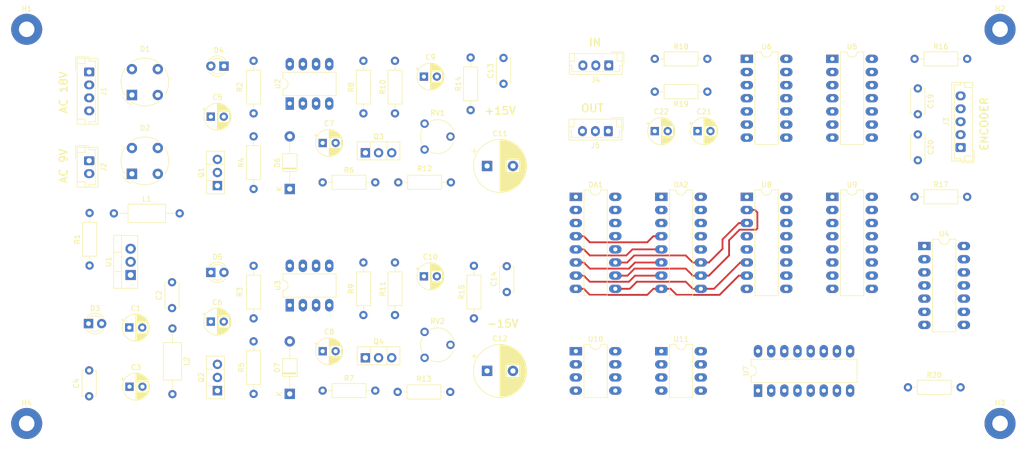
<source format=kicad_pcb>
(kicad_pcb (version 20171130) (host pcbnew "(5.1.5)-3")
  (layers (0 F.Cu signal) (31 B.Cu signal) (34 B.Paste user) (35 F.Paste user) (36 B.SilkS user) (37 F.SilkS user) (38 B.Mask user) (39 F.Mask user) (44 Edge.Cuts user))
  (net 0 "")
  (net 1 GND)
  (net 2 +18V)
  (net 3 -18V)
  (net 4 "Net-(C7-Pad1)")
  (net 5 +15V)
  (net 6 -15V)
  (net 7 "Net-(D1-Pad3)")
  (net 8 "Net-(D1-Pad4)")
  (net 9 +9V)
  (net 10 "Net-(D2-Pad3)")
  (net 11 "Net-(D2-Pad4)")
  (net 12 "Net-(D7-Pad2)")
  (net 13 OUT_LEFT)
  (net 14 D3)
  (net 15 IN_LEFT)
  (net 16 D4)
  (net 17 D5)
  (net 18 +5V)
  (net 19 D6)
  (net 20 D7)
  (net 21 D0)
  (net 22 D1)
  (net 23 D2)
  (net 24 "Net-(DA1-Pad1)")
  (net 25 OUT_RIGHT)
  (net 26 IN_RIGHT)
  (net 27 "Net-(DA2-Pad1)")
  (net 28 "Net-(Q1-Pad1)")
  (net 29 "Net-(Q2-Pad1)")
  (net 30 "Net-(Q3-Pad3)")
  (net 31 "Net-(Q3-Pad2)")
  (net 32 "Net-(Q4-Pad3)")
  (net 33 "Net-(Q4-Pad2)")
  (net 34 CLK)
  (net 35 Q)
  (net 36 ~Q)
  (net 37 UP)
  (net 38 A)
  (net 39 DOWN)
  (net 40 BO_H)
  (net 41 RESET)
  (net 42 BO_L)
  (net 43 CO_L)
  (net 44 LOAD)
  (net 45 "Net-(C1-Pad1)")
  (net 46 "Net-(C3-Pad1)")
  (net 47 "Net-(D3-Pad2)")
  (net 48 "Net-(D4-Pad1)")
  (net 49 "Net-(D5-Pad2)")
  (net 50 "Net-(D6-Pad1)")
  (net 51 "Net-(C8-Pad2)")
  (net 52 "Net-(C9-Pad2)")
  (net 53 "Net-(C9-Pad1)")
  (net 54 "Net-(C10-Pad2)")
  (net 55 "Net-(C10-Pad1)")
  (net 56 "Net-(C19-Pad1)")
  (net 57 "Net-(C20-Pad1)")
  (net 58 "Net-(C21-Pad2)")
  (net 59 "Net-(C21-Pad1)")
  (net 60 "Net-(C22-Pad1)")
  (net 61 "Net-(R10-Pad2)")
  (net 62 "Net-(R11-Pad2)")
  (net 63 "Net-(R20-Pad1)")
  (net 64 "Net-(U4-Pad6)")
  (net 65 "Net-(U4-Pad9)")
  (net 66 "Net-(U5-Pad8)")
  (net 67 "Net-(U6-Pad3)")
  (module Package_TO_SOT_THT:TO-220-3_Vertical (layer F.Cu) (at 111.506 67.818 90)
    (fp_text reference U1 (at 2.54 -4.27 90) (layer F.SilkS))
    (fp_text value LM7805)
    (pad 3 thru_hole oval (at 5.08 0 90) (size 1.905 2) (drill 1.1) (layers *.Cu *.Mask) (net 46 "Net-(C3-Pad1)"))
    (pad 2 thru_hole oval (at 2.54 0 90) (size 1.905 2) (drill 1.1) (layers *.Cu *.Mask) (net 1 GND))
    (pad 1 thru_hole rect (at 0 0 90) (size 1.905 2) (drill 1.1) (layers *.Cu *.Mask) (net 45 "Net-(C1-Pad1)"))
  )
  (module Inductor_THT:L_Axial_L7.0mm_D3.3mm_P12.70mm_Horizontal_Fastron_MICC (layer F.Cu) (at 119.5832 78.1558 270)
    (fp_text reference L2 (at 6.35 -2.77 90) (layer F.SilkS))
    (fp_text value 20uH)
    (pad 2 thru_hole oval (at 12.7 0 270) (size 1.6 1.6) (drill 0.8) (layers *.Cu *.Mask) (net 18 +5V))
    (pad 1 thru_hole circle (at 0 0 270) (size 1.6 1.6) (drill 0.8) (layers *.Cu *.Mask) (net 46 "Net-(C3-Pad1)"))
  )
  (module Inductor_THT:L_Axial_L7.0mm_D3.3mm_P12.70mm_Horizontal_Fastron_MICC (layer F.Cu) (at 108.2802 55.9054)
    (fp_text reference L1 (at 6.35 -2.77) (layer F.SilkS))
    (fp_text value 20uH)
    (pad 2 thru_hole oval (at 12.7 0) (size 1.6 1.6) (drill 0.8) (layers *.Cu *.Mask) (net 45 "Net-(C1-Pad1)"))
    (pad 1 thru_hole circle (at 0 0) (size 1.6 1.6) (drill 0.8) (layers *.Cu *.Mask) (net 9 +9V))
  )
  (module Potentiometer_THT:Potentiometer_Piher_PT-6-V_Vertical (layer F.Cu) (at 168.275 83.82)
    (fp_text reference RV2 (at 2.5 -7.06) (layer F.SilkS))
    (fp_text value R_POT)
    (pad 1 thru_hole circle (at 0 0) (size 1.62 1.62) (drill 0.9) (layers *.Cu *.Mask) (net 55 "Net-(C10-Pad1)"))
    (pad 2 thru_hole circle (at 5 -2.5) (size 1.62 1.62) (drill 0.9) (layers *.Cu *.Mask) (net 55 "Net-(C10-Pad1)"))
    (pad 3 thru_hole circle (at 0 -5) (size 1.62 1.62) (drill 0.9) (layers *.Cu *.Mask) (net 54 "Net-(C10-Pad2)"))
  )
  (module Potentiometer_THT:Potentiometer_Piher_PT-6-V_Vertical (layer F.Cu) (at 168.275 43.561)
    (fp_text reference RV1 (at 2.5 -7.06) (layer F.SilkS))
    (fp_text value R_POT)
    (pad 1 thru_hole circle (at 0 0) (size 1.62 1.62) (drill 0.9) (layers *.Cu *.Mask) (net 53 "Net-(C9-Pad1)"))
    (pad 2 thru_hole circle (at 5 -2.5) (size 1.62 1.62) (drill 0.9) (layers *.Cu *.Mask) (net 52 "Net-(C9-Pad2)"))
    (pad 3 thru_hole circle (at 0 -5) (size 1.62 1.62) (drill 0.9) (layers *.Cu *.Mask) (net 52 "Net-(C9-Pad2)"))
  )
  (module Package_DIP:DIP-8_W7.62mm_LongPads (layer F.Cu) (at 213.995 82.55)
    (fp_text reference U11 (at 3.81 -2.33) (layer F.SilkS))
    (fp_text value К544УД1А)
    (pad 8 thru_hole oval (at 7.62 0) (size 2.4 1.6) (drill 0.8) (layers *.Cu *.Mask))
    (pad 4 thru_hole oval (at 0 7.62) (size 2.4 1.6) (drill 0.8) (layers *.Cu *.Mask) (net 6 -15V))
    (pad 7 thru_hole oval (at 7.62 2.54) (size 2.4 1.6) (drill 0.8) (layers *.Cu *.Mask) (net 5 +15V))
    (pad 3 thru_hole oval (at 0 5.08) (size 2.4 1.6) (drill 0.8) (layers *.Cu *.Mask) (net 1 GND))
    (pad 6 thru_hole oval (at 7.62 5.08) (size 2.4 1.6) (drill 0.8) (layers *.Cu *.Mask) (net 25 OUT_RIGHT))
    (pad 2 thru_hole oval (at 0 2.54) (size 2.4 1.6) (drill 0.8) (layers *.Cu *.Mask) (net 27 "Net-(DA2-Pad1)"))
    (pad 5 thru_hole oval (at 7.62 7.62) (size 2.4 1.6) (drill 0.8) (layers *.Cu *.Mask))
    (pad 1 thru_hole rect (at 0 0) (size 2.4 1.6) (drill 0.8) (layers *.Cu *.Mask))
  )
  (module Package_DIP:DIP-8_W7.62mm_LongPads (layer F.Cu) (at 197.485 82.55)
    (fp_text reference U10 (at 3.81 -2.33) (layer F.SilkS))
    (fp_text value К544УД1А)
    (pad 8 thru_hole oval (at 7.62 0) (size 2.4 1.6) (drill 0.8) (layers *.Cu *.Mask))
    (pad 4 thru_hole oval (at 0 7.62) (size 2.4 1.6) (drill 0.8) (layers *.Cu *.Mask) (net 6 -15V))
    (pad 7 thru_hole oval (at 7.62 2.54) (size 2.4 1.6) (drill 0.8) (layers *.Cu *.Mask) (net 5 +15V))
    (pad 3 thru_hole oval (at 0 5.08) (size 2.4 1.6) (drill 0.8) (layers *.Cu *.Mask) (net 1 GND))
    (pad 6 thru_hole oval (at 7.62 5.08) (size 2.4 1.6) (drill 0.8) (layers *.Cu *.Mask) (net 13 OUT_LEFT))
    (pad 2 thru_hole oval (at 0 2.54) (size 2.4 1.6) (drill 0.8) (layers *.Cu *.Mask) (net 24 "Net-(DA1-Pad1)"))
    (pad 5 thru_hole oval (at 7.62 7.62) (size 2.4 1.6) (drill 0.8) (layers *.Cu *.Mask))
    (pad 1 thru_hole rect (at 0 0) (size 2.4 1.6) (drill 0.8) (layers *.Cu *.Mask))
  )
  (module Package_DIP:DIP-16_W7.62mm_LongPads (layer F.Cu) (at 247.015 52.705)
    (fp_text reference U9 (at 3.81 -2.33) (layer F.SilkS))
    (fp_text value 74LS193)
    (pad 16 thru_hole oval (at 7.62 0) (size 2.4 1.6) (drill 0.8) (layers *.Cu *.Mask) (net 18 +5V))
    (pad 8 thru_hole oval (at 0 17.78) (size 2.4 1.6) (drill 0.8) (layers *.Cu *.Mask) (net 1 GND))
    (pad 15 thru_hole oval (at 7.62 2.54) (size 2.4 1.6) (drill 0.8) (layers *.Cu *.Mask))
    (pad 7 thru_hole oval (at 0 15.24) (size 2.4 1.6) (drill 0.8) (layers *.Cu *.Mask) (net 20 D7))
    (pad 14 thru_hole oval (at 7.62 5.08) (size 2.4 1.6) (drill 0.8) (layers *.Cu *.Mask) (net 41 RESET))
    (pad 6 thru_hole oval (at 0 12.7) (size 2.4 1.6) (drill 0.8) (layers *.Cu *.Mask) (net 19 D6))
    (pad 13 thru_hole oval (at 7.62 7.62) (size 2.4 1.6) (drill 0.8) (layers *.Cu *.Mask) (net 40 BO_H))
    (pad 5 thru_hole oval (at 0 10.16) (size 2.4 1.6) (drill 0.8) (layers *.Cu *.Mask) (net 43 CO_L))
    (pad 12 thru_hole oval (at 7.62 10.16) (size 2.4 1.6) (drill 0.8) (layers *.Cu *.Mask) (net 44 LOAD))
    (pad 4 thru_hole oval (at 0 7.62) (size 2.4 1.6) (drill 0.8) (layers *.Cu *.Mask) (net 42 BO_L))
    (pad 11 thru_hole oval (at 7.62 12.7) (size 2.4 1.6) (drill 0.8) (layers *.Cu *.Mask) (net 44 LOAD))
    (pad 3 thru_hole oval (at 0 5.08) (size 2.4 1.6) (drill 0.8) (layers *.Cu *.Mask) (net 16 D4))
    (pad 10 thru_hole oval (at 7.62 15.24) (size 2.4 1.6) (drill 0.8) (layers *.Cu *.Mask))
    (pad 2 thru_hole oval (at 0 2.54) (size 2.4 1.6) (drill 0.8) (layers *.Cu *.Mask) (net 17 D5))
    (pad 9 thru_hole oval (at 7.62 17.78) (size 2.4 1.6) (drill 0.8) (layers *.Cu *.Mask))
    (pad 1 thru_hole rect (at 0 0) (size 2.4 1.6) (drill 0.8) (layers *.Cu *.Mask))
  )
  (module Package_DIP:DIP-16_W7.62mm_LongPads (layer F.Cu) (at 230.505 52.705)
    (fp_text reference U8 (at 3.81 -2.33) (layer F.SilkS))
    (fp_text value 74LS193)
    (pad 16 thru_hole oval (at 7.62 0) (size 2.4 1.6) (drill 0.8) (layers *.Cu *.Mask) (net 18 +5V))
    (pad 8 thru_hole oval (at 0 17.78) (size 2.4 1.6) (drill 0.8) (layers *.Cu *.Mask) (net 1 GND))
    (pad 15 thru_hole oval (at 7.62 2.54) (size 2.4 1.6) (drill 0.8) (layers *.Cu *.Mask))
    (pad 7 thru_hole oval (at 0 15.24) (size 2.4 1.6) (drill 0.8) (layers *.Cu *.Mask) (net 14 D3))
    (pad 14 thru_hole oval (at 7.62 5.08) (size 2.4 1.6) (drill 0.8) (layers *.Cu *.Mask) (net 41 RESET))
    (pad 6 thru_hole oval (at 0 12.7) (size 2.4 1.6) (drill 0.8) (layers *.Cu *.Mask) (net 23 D2))
    (pad 13 thru_hole oval (at 7.62 7.62) (size 2.4 1.6) (drill 0.8) (layers *.Cu *.Mask) (net 42 BO_L))
    (pad 5 thru_hole oval (at 0 10.16) (size 2.4 1.6) (drill 0.8) (layers *.Cu *.Mask) (net 37 UP))
    (pad 12 thru_hole oval (at 7.62 10.16) (size 2.4 1.6) (drill 0.8) (layers *.Cu *.Mask) (net 43 CO_L))
    (pad 4 thru_hole oval (at 0 7.62) (size 2.4 1.6) (drill 0.8) (layers *.Cu *.Mask) (net 39 DOWN))
    (pad 11 thru_hole oval (at 7.62 12.7) (size 2.4 1.6) (drill 0.8) (layers *.Cu *.Mask) (net 44 LOAD))
    (pad 3 thru_hole oval (at 0 5.08) (size 2.4 1.6) (drill 0.8) (layers *.Cu *.Mask) (net 21 D0))
    (pad 10 thru_hole oval (at 7.62 15.24) (size 2.4 1.6) (drill 0.8) (layers *.Cu *.Mask))
    (pad 2 thru_hole oval (at 0 2.54) (size 2.4 1.6) (drill 0.8) (layers *.Cu *.Mask) (net 22 D1))
    (pad 9 thru_hole oval (at 7.62 17.78) (size 2.4 1.6) (drill 0.8) (layers *.Cu *.Mask))
    (pad 1 thru_hole rect (at 0 0) (size 2.4 1.6) (drill 0.8) (layers *.Cu *.Mask))
  )
  (module Package_DIP:DIP-16_W7.62mm_LongPads (layer F.Cu) (at 232.664 90.17 90)
    (fp_text reference U7 (at 3.81 -2.33 90) (layer F.SilkS))
    (fp_text value SN7497)
    (pad 16 thru_hole oval (at 7.62 0 90) (size 2.4 1.6) (drill 0.8) (layers *.Cu *.Mask) (net 18 +5V))
    (pad 8 thru_hole oval (at 0 17.78 90) (size 2.4 1.6) (drill 0.8) (layers *.Cu *.Mask) (net 1 GND))
    (pad 15 thru_hole oval (at 7.62 2.54 90) (size 2.4 1.6) (drill 0.8) (layers *.Cu *.Mask) (net 17 D5))
    (pad 7 thru_hole oval (at 0 15.24 90) (size 2.4 1.6) (drill 0.8) (layers *.Cu *.Mask))
    (pad 14 thru_hole oval (at 7.62 5.08 90) (size 2.4 1.6) (drill 0.8) (layers *.Cu *.Mask) (net 16 D4))
    (pad 6 thru_hole oval (at 0 12.7 90) (size 2.4 1.6) (drill 0.8) (layers *.Cu *.Mask))
    (pad 13 thru_hole oval (at 7.62 7.62 90) (size 2.4 1.6) (drill 0.8) (layers *.Cu *.Mask) (net 1 GND))
    (pad 5 thru_hole oval (at 0 10.16 90) (size 2.4 1.6) (drill 0.8) (layers *.Cu *.Mask) (net 38 A))
    (pad 12 thru_hole oval (at 7.62 10.16 90) (size 2.4 1.6) (drill 0.8) (layers *.Cu *.Mask))
    (pad 4 thru_hole oval (at 0 7.62 90) (size 2.4 1.6) (drill 0.8) (layers *.Cu *.Mask) (net 63 "Net-(R20-Pad1)"))
    (pad 11 thru_hole oval (at 7.62 12.7 90) (size 2.4 1.6) (drill 0.8) (layers *.Cu *.Mask) (net 1 GND))
    (pad 3 thru_hole oval (at 0 5.08 90) (size 2.4 1.6) (drill 0.8) (layers *.Cu *.Mask) (net 20 D7))
    (pad 10 thru_hole oval (at 7.62 15.24 90) (size 2.4 1.6) (drill 0.8) (layers *.Cu *.Mask) (net 1 GND))
    (pad 2 thru_hole oval (at 0 2.54 90) (size 2.4 1.6) (drill 0.8) (layers *.Cu *.Mask) (net 19 D6))
    (pad 9 thru_hole oval (at 7.62 17.78 90) (size 2.4 1.6) (drill 0.8) (layers *.Cu *.Mask) (net 34 CLK))
    (pad 1 thru_hole rect (at 0 0 90) (size 2.4 1.6) (drill 0.8) (layers *.Cu *.Mask) (net 14 D3))
  )
  (module Package_DIP:DIP-14_W7.62mm_LongPads (layer F.Cu) (at 247.015 26.035)
    (fp_text reference U5 (at 3.81 -2.33) (layer F.SilkS))
    (fp_text value 74LS00)
    (pad 14 thru_hole oval (at 7.62 0) (size 2.4 1.6) (drill 0.8) (layers *.Cu *.Mask) (net 18 +5V))
    (pad 7 thru_hole oval (at 0 15.24) (size 2.4 1.6) (drill 0.8) (layers *.Cu *.Mask) (net 1 GND))
    (pad 13 thru_hole oval (at 7.62 2.54) (size 2.4 1.6) (drill 0.8) (layers *.Cu *.Mask))
    (pad 6 thru_hole oval (at 0 12.7) (size 2.4 1.6) (drill 0.8) (layers *.Cu *.Mask) (net 37 UP))
    (pad 12 thru_hole oval (at 7.62 5.08) (size 2.4 1.6) (drill 0.8) (layers *.Cu *.Mask))
    (pad 5 thru_hole oval (at 0 10.16) (size 2.4 1.6) (drill 0.8) (layers *.Cu *.Mask) (net 65 "Net-(U4-Pad9)"))
    (pad 11 thru_hole oval (at 7.62 7.62) (size 2.4 1.6) (drill 0.8) (layers *.Cu *.Mask))
    (pad 4 thru_hole oval (at 0 7.62) (size 2.4 1.6) (drill 0.8) (layers *.Cu *.Mask) (net 38 A))
    (pad 10 thru_hole oval (at 7.62 10.16) (size 2.4 1.6) (drill 0.8) (layers *.Cu *.Mask) (net 36 ~Q))
    (pad 3 thru_hole oval (at 0 5.08) (size 2.4 1.6) (drill 0.8) (layers *.Cu *.Mask) (net 39 DOWN))
    (pad 9 thru_hole oval (at 7.62 12.7) (size 2.4 1.6) (drill 0.8) (layers *.Cu *.Mask) (net 35 Q))
    (pad 2 thru_hole oval (at 0 2.54) (size 2.4 1.6) (drill 0.8) (layers *.Cu *.Mask) (net 38 A))
    (pad 8 thru_hole oval (at 7.62 15.24) (size 2.4 1.6) (drill 0.8) (layers *.Cu *.Mask) (net 66 "Net-(U5-Pad8)"))
    (pad 1 thru_hole rect (at 0 0) (size 2.4 1.6) (drill 0.8) (layers *.Cu *.Mask) (net 64 "Net-(U4-Pad6)"))
  )
  (module Package_DIP:DIP-14_W7.62mm_LongPads (layer F.Cu) (at 264.795 62.23)
    (fp_text reference U4 (at 3.81 -2.33) (layer F.SilkS))
    (fp_text value 74LS74)
    (pad 14 thru_hole oval (at 7.62 0) (size 2.4 1.6) (drill 0.8) (layers *.Cu *.Mask) (net 18 +5V))
    (pad 7 thru_hole oval (at 0 15.24) (size 2.4 1.6) (drill 0.8) (layers *.Cu *.Mask) (net 1 GND))
    (pad 13 thru_hole oval (at 7.62 2.54) (size 2.4 1.6) (drill 0.8) (layers *.Cu *.Mask) (net 56 "Net-(C19-Pad1)"))
    (pad 6 thru_hole oval (at 0 12.7) (size 2.4 1.6) (drill 0.8) (layers *.Cu *.Mask) (net 64 "Net-(U4-Pad6)"))
    (pad 12 thru_hole oval (at 7.62 5.08) (size 2.4 1.6) (drill 0.8) (layers *.Cu *.Mask) (net 56 "Net-(C19-Pad1)"))
    (pad 5 thru_hole oval (at 0 10.16) (size 2.4 1.6) (drill 0.8) (layers *.Cu *.Mask) (net 35 Q))
    (pad 11 thru_hole oval (at 7.62 7.62) (size 2.4 1.6) (drill 0.8) (layers *.Cu *.Mask) (net 57 "Net-(C20-Pad1)"))
    (pad 4 thru_hole oval (at 0 7.62) (size 2.4 1.6) (drill 0.8) (layers *.Cu *.Mask))
    (pad 10 thru_hole oval (at 7.62 10.16) (size 2.4 1.6) (drill 0.8) (layers *.Cu *.Mask))
    (pad 3 thru_hole oval (at 0 5.08) (size 2.4 1.6) (drill 0.8) (layers *.Cu *.Mask) (net 56 "Net-(C19-Pad1)"))
    (pad 9 thru_hole oval (at 7.62 12.7) (size 2.4 1.6) (drill 0.8) (layers *.Cu *.Mask) (net 65 "Net-(U4-Pad9)"))
    (pad 2 thru_hole oval (at 0 2.54) (size 2.4 1.6) (drill 0.8) (layers *.Cu *.Mask) (net 57 "Net-(C20-Pad1)"))
    (pad 8 thru_hole oval (at 7.62 15.24) (size 2.4 1.6) (drill 0.8) (layers *.Cu *.Mask) (net 36 ~Q))
    (pad 1 thru_hole rect (at 0 0) (size 2.4 1.6) (drill 0.8) (layers *.Cu *.Mask) (net 57 "Net-(C20-Pad1)"))
  )
  (module Package_DIP:DIP-8_W7.62mm_LongPads (layer F.Cu) (at 142.24 73.66 90)
    (fp_text reference U3 (at 3.81 -2.33 90) (layer F.SilkS))
    (fp_text value NE5534)
    (pad 8 thru_hole oval (at 7.62 0 90) (size 2.4 1.6) (drill 0.8) (layers *.Cu *.Mask))
    (pad 4 thru_hole oval (at 0 7.62 90) (size 2.4 1.6) (drill 0.8) (layers *.Cu *.Mask) (net 3 -18V))
    (pad 7 thru_hole oval (at 7.62 2.54 90) (size 2.4 1.6) (drill 0.8) (layers *.Cu *.Mask) (net 1 GND))
    (pad 3 thru_hole oval (at 0 5.08 90) (size 2.4 1.6) (drill 0.8) (layers *.Cu *.Mask) (net 51 "Net-(C8-Pad2)"))
    (pad 6 thru_hole oval (at 7.62 5.08 90) (size 2.4 1.6) (drill 0.8) (layers *.Cu *.Mask) (net 62 "Net-(R11-Pad2)"))
    (pad 2 thru_hole oval (at 0 2.54 90) (size 2.4 1.6) (drill 0.8) (layers *.Cu *.Mask) (net 55 "Net-(C10-Pad1)"))
    (pad 5 thru_hole oval (at 7.62 7.62 90) (size 2.4 1.6) (drill 0.8) (layers *.Cu *.Mask))
    (pad 1 thru_hole rect (at 0 0 90) (size 2.4 1.6) (drill 0.8) (layers *.Cu *.Mask))
  )
  (module Package_DIP:DIP-8_W7.62mm_LongPads (layer F.Cu) (at 142.24 34.671 90)
    (fp_text reference U2 (at 3.81 -2.33 90) (layer F.SilkS))
    (fp_text value NE5534)
    (pad 8 thru_hole oval (at 7.62 0 90) (size 2.4 1.6) (drill 0.8) (layers *.Cu *.Mask))
    (pad 4 thru_hole oval (at 0 7.62 90) (size 2.4 1.6) (drill 0.8) (layers *.Cu *.Mask) (net 1 GND))
    (pad 7 thru_hole oval (at 7.62 2.54 90) (size 2.4 1.6) (drill 0.8) (layers *.Cu *.Mask) (net 2 +18V))
    (pad 3 thru_hole oval (at 0 5.08 90) (size 2.4 1.6) (drill 0.8) (layers *.Cu *.Mask) (net 4 "Net-(C7-Pad1)"))
    (pad 6 thru_hole oval (at 7.62 5.08 90) (size 2.4 1.6) (drill 0.8) (layers *.Cu *.Mask) (net 61 "Net-(R10-Pad2)"))
    (pad 2 thru_hole oval (at 0 2.54 90) (size 2.4 1.6) (drill 0.8) (layers *.Cu *.Mask) (net 52 "Net-(C9-Pad2)"))
    (pad 5 thru_hole oval (at 7.62 7.62 90) (size 2.4 1.6) (drill 0.8) (layers *.Cu *.Mask))
    (pad 1 thru_hole rect (at 0 0 90) (size 2.4 1.6) (drill 0.8) (layers *.Cu *.Mask))
  )
  (module Resistor_THT:R_Axial_DIN0207_L6.3mm_D2.5mm_P10.16mm_Horizontal (layer F.Cu) (at 222.885 32.385 180)
    (fp_text reference R19 (at 5.08 -2.37) (layer F.SilkS))
    (fp_text value 3K)
    (pad 2 thru_hole oval (at 10.16 0 180) (size 1.6 1.6) (drill 0.8) (layers *.Cu *.Mask) (net 18 +5V))
    (pad 1 thru_hole circle (at 0 0 180) (size 1.6 1.6) (drill 0.8) (layers *.Cu *.Mask) (net 60 "Net-(C22-Pad1)"))
  )
  (module Resistor_THT:R_Axial_DIN0207_L6.3mm_D2.5mm_P10.16mm_Horizontal (layer F.Cu) (at 212.725 26.035)
    (fp_text reference R18 (at 5.08 -2.37) (layer F.SilkS))
    (fp_text value 330)
    (pad 2 thru_hole oval (at 10.16 0) (size 1.6 1.6) (drill 0.8) (layers *.Cu *.Mask) (net 59 "Net-(C21-Pad1)"))
    (pad 1 thru_hole circle (at 0 0) (size 1.6 1.6) (drill 0.8) (layers *.Cu *.Mask) (net 34 CLK))
  )
  (module Resistor_THT:R_Axial_DIN0207_L6.3mm_D2.5mm_P10.16mm_Horizontal (layer F.Cu) (at 261.62 89.535)
    (fp_text reference R20 (at 5.08 -2.37) (layer F.SilkS))
    (fp_text value 1K)
    (pad 2 thru_hole oval (at 10.16 0) (size 1.6 1.6) (drill 0.8) (layers *.Cu *.Mask) (net 18 +5V))
    (pad 1 thru_hole circle (at 0 0) (size 1.6 1.6) (drill 0.8) (layers *.Cu *.Mask) (net 63 "Net-(R20-Pad1)"))
  )
  (module Resistor_THT:R_Axial_DIN0207_L6.3mm_D2.5mm_P10.16mm_Horizontal (layer F.Cu) (at 262.89 52.705)
    (fp_text reference R17 (at 5.08 -2.37) (layer F.SilkS))
    (fp_text value 4.7k)
    (pad 2 thru_hole oval (at 10.16 0) (size 1.6 1.6) (drill 0.8) (layers *.Cu *.Mask) (net 57 "Net-(C20-Pad1)"))
    (pad 1 thru_hole circle (at 0 0) (size 1.6 1.6) (drill 0.8) (layers *.Cu *.Mask) (net 18 +5V))
  )
  (module Resistor_THT:R_Axial_DIN0207_L6.3mm_D2.5mm_P10.16mm_Horizontal (layer F.Cu) (at 262.89 26.035)
    (fp_text reference R16 (at 5.08 -2.37) (layer F.SilkS))
    (fp_text value 4.7k)
    (pad 2 thru_hole oval (at 10.16 0) (size 1.6 1.6) (drill 0.8) (layers *.Cu *.Mask) (net 56 "Net-(C19-Pad1)"))
    (pad 1 thru_hole circle (at 0 0) (size 1.6 1.6) (drill 0.8) (layers *.Cu *.Mask) (net 18 +5V))
  )
  (module Resistor_THT:R_Axial_DIN0207_L6.3mm_D2.5mm_P10.16mm_Horizontal (layer F.Cu) (at 177.8 76.2 90)
    (fp_text reference R15 (at 5.08 -2.37 90) (layer F.SilkS))
    (fp_text value 1)
    (pad 2 thru_hole oval (at 10.16 0 90) (size 1.6 1.6) (drill 0.8) (layers *.Cu *.Mask) (net 54 "Net-(C10-Pad2)"))
    (pad 1 thru_hole circle (at 0 0 90) (size 1.6 1.6) (drill 0.8) (layers *.Cu *.Mask) (net 6 -15V))
  )
  (module Resistor_THT:R_Axial_DIN0207_L6.3mm_D2.5mm_P10.16mm_Horizontal (layer F.Cu) (at 177.165 35.941 90)
    (fp_text reference R14 (at 5.08 -2.37 90) (layer F.SilkS))
    (fp_text value 1)
    (pad 2 thru_hole oval (at 10.16 0 90) (size 1.6 1.6) (drill 0.8) (layers *.Cu *.Mask) (net 53 "Net-(C9-Pad1)"))
    (pad 1 thru_hole circle (at 0 0 90) (size 1.6 1.6) (drill 0.8) (layers *.Cu *.Mask) (net 5 +15V))
  )
  (module Resistor_THT:R_Axial_DIN0207_L6.3mm_D2.5mm_P10.16mm_Horizontal (layer F.Cu) (at 173.228 90.424 180)
    (fp_text reference R13 (at 5.08 2.54) (layer F.SilkS))
    (fp_text value 1.5k)
    (pad 2 thru_hole oval (at 10.16 0 180) (size 1.6 1.6) (drill 0.8) (layers *.Cu *.Mask) (net 55 "Net-(C10-Pad1)"))
    (pad 1 thru_hole circle (at 0 0 180) (size 1.6 1.6) (drill 0.8) (layers *.Cu *.Mask) (net 1 GND))
  )
  (module Resistor_THT:R_Axial_DIN0207_L6.3mm_D2.5mm_P10.16mm_Horizontal (layer F.Cu) (at 173.355 49.911 180)
    (fp_text reference R12 (at 5.08 2.667) (layer F.SilkS))
    (fp_text value 1.5k)
    (pad 2 thru_hole oval (at 10.16 0 180) (size 1.6 1.6) (drill 0.8) (layers *.Cu *.Mask) (net 1 GND))
    (pad 1 thru_hole circle (at 0 0 180) (size 1.6 1.6) (drill 0.8) (layers *.Cu *.Mask) (net 52 "Net-(C9-Pad2)"))
  )
  (module Resistor_THT:R_Axial_DIN0207_L6.3mm_D2.5mm_P10.16mm_Horizontal (layer F.Cu) (at 162.56 75.565 90)
    (fp_text reference R11 (at 5.08 -2.37 90) (layer F.SilkS))
    (fp_text value 100)
    (pad 2 thru_hole oval (at 10.16 0 90) (size 1.6 1.6) (drill 0.8) (layers *.Cu *.Mask) (net 62 "Net-(R11-Pad2)"))
    (pad 1 thru_hole circle (at 0 0 90) (size 1.6 1.6) (drill 0.8) (layers *.Cu *.Mask) (net 32 "Net-(Q4-Pad3)"))
  )
  (module Resistor_THT:R_Axial_DIN0207_L6.3mm_D2.5mm_P10.16mm_Horizontal (layer F.Cu) (at 162.56 36.576 90)
    (fp_text reference R10 (at 5.08 -2.37 90) (layer F.SilkS))
    (fp_text value 100)
    (pad 2 thru_hole oval (at 10.16 0 90) (size 1.6 1.6) (drill 0.8) (layers *.Cu *.Mask) (net 61 "Net-(R10-Pad2)"))
    (pad 1 thru_hole circle (at 0 0 90) (size 1.6 1.6) (drill 0.8) (layers *.Cu *.Mask) (net 30 "Net-(Q3-Pad3)"))
  )
  (module Resistor_THT:R_Axial_DIN0207_L6.3mm_D2.5mm_P10.16mm_Horizontal (layer F.Cu) (at 156.464 75.565 90)
    (fp_text reference R9 (at 5.08 -2.37 90) (layer F.SilkS))
    (fp_text value 10)
    (pad 2 thru_hole oval (at 10.16 0 90) (size 1.6 1.6) (drill 0.8) (layers *.Cu *.Mask) (net 3 -18V))
    (pad 1 thru_hole circle (at 0 0 90) (size 1.6 1.6) (drill 0.8) (layers *.Cu *.Mask) (net 33 "Net-(Q4-Pad2)"))
  )
  (module Resistor_THT:R_Axial_DIN0207_L6.3mm_D2.5mm_P10.16mm_Horizontal (layer F.Cu) (at 156.464 36.576 90)
    (fp_text reference R8 (at 5.08 -2.37 90) (layer F.SilkS))
    (fp_text value 10)
    (pad 2 thru_hole oval (at 10.16 0 90) (size 1.6 1.6) (drill 0.8) (layers *.Cu *.Mask) (net 2 +18V))
    (pad 1 thru_hole circle (at 0 0 90) (size 1.6 1.6) (drill 0.8) (layers *.Cu *.Mask) (net 31 "Net-(Q3-Pad2)"))
  )
  (module Resistor_THT:R_Axial_DIN0207_L6.3mm_D2.5mm_P10.16mm_Horizontal (layer F.Cu) (at 103.5812 65.9892 90)
    (fp_text reference R1 (at 5.08 -2.37 90) (layer F.SilkS))
    (fp_text value 4.7k)
    (pad 2 thru_hole oval (at 10.16 0 90) (size 1.6 1.6) (drill 0.8) (layers *.Cu *.Mask) (net 47 "Net-(D3-Pad2)"))
    (pad 1 thru_hole circle (at 0 0 90) (size 1.6 1.6) (drill 0.8) (layers *.Cu *.Mask) (net 46 "Net-(C3-Pad1)"))
  )
  (module Resistor_THT:R_Axial_DIN0207_L6.3mm_D2.5mm_P10.16mm_Horizontal (layer F.Cu) (at 148.59 90.17)
    (fp_text reference R7 (at 5.08 -2.37) (layer F.SilkS))
    (fp_text value R)
    (pad 2 thru_hole oval (at 10.16 0) (size 1.6 1.6) (drill 0.8) (layers *.Cu *.Mask) (net 12 "Net-(D7-Pad2)"))
    (pad 1 thru_hole circle (at 0 0) (size 1.6 1.6) (drill 0.8) (layers *.Cu *.Mask) (net 51 "Net-(C8-Pad2)"))
  )
  (module Resistor_THT:R_Axial_DIN0207_L6.3mm_D2.5mm_P10.16mm_Horizontal (layer F.Cu) (at 148.59 49.911)
    (fp_text reference R6 (at 5.08 -2.37) (layer F.SilkS))
    (fp_text value R)
    (pad 2 thru_hole oval (at 10.16 0) (size 1.6 1.6) (drill 0.8) (layers *.Cu *.Mask) (net 50 "Net-(D6-Pad1)"))
    (pad 1 thru_hole circle (at 0 0) (size 1.6 1.6) (drill 0.8) (layers *.Cu *.Mask) (net 4 "Net-(C7-Pad1)"))
  )
  (module Resistor_THT:R_Axial_DIN0207_L6.3mm_D2.5mm_P10.16mm_Horizontal (layer F.Cu) (at 135.255 90.805 90)
    (fp_text reference R5 (at 5.08 -2.37 90) (layer F.SilkS))
    (fp_text value 470)
    (pad 2 thru_hole oval (at 10.16 0 90) (size 1.6 1.6) (drill 0.8) (layers *.Cu *.Mask) (net 3 -18V))
    (pad 1 thru_hole circle (at 0 0 90) (size 1.6 1.6) (drill 0.8) (layers *.Cu *.Mask) (net 29 "Net-(Q2-Pad1)"))
  )
  (module Resistor_THT:R_Axial_DIN0207_L6.3mm_D2.5mm_P10.16mm_Horizontal (layer F.Cu) (at 135.255 51.181 90)
    (fp_text reference R4 (at 5.08 -2.37 90) (layer F.SilkS))
    (fp_text value 470)
    (pad 2 thru_hole oval (at 10.16 0 90) (size 1.6 1.6) (drill 0.8) (layers *.Cu *.Mask) (net 28 "Net-(Q1-Pad1)"))
    (pad 1 thru_hole circle (at 0 0 90) (size 1.6 1.6) (drill 0.8) (layers *.Cu *.Mask) (net 2 +18V))
  )
  (module Resistor_THT:R_Axial_DIN0207_L6.3mm_D2.5mm_P10.16mm_Horizontal (layer F.Cu) (at 135.255 66.04 270)
    (fp_text reference R3 (at 5.08 2.667 90) (layer F.SilkS))
    (fp_text value 4.7k)
    (pad 2 thru_hole oval (at 10.16 0 270) (size 1.6 1.6) (drill 0.8) (layers *.Cu *.Mask) (net 49 "Net-(D5-Pad2)"))
    (pad 1 thru_hole circle (at 0 0 270) (size 1.6 1.6) (drill 0.8) (layers *.Cu *.Mask) (net 1 GND))
  )
  (module Resistor_THT:R_Axial_DIN0207_L6.3mm_D2.5mm_P10.16mm_Horizontal (layer F.Cu) (at 135.255 26.416 270)
    (fp_text reference R2 (at 5.08 2.667 90) (layer F.SilkS))
    (fp_text value 4.7k)
    (pad 2 thru_hole oval (at 10.16 0 270) (size 1.6 1.6) (drill 0.8) (layers *.Cu *.Mask) (net 1 GND))
    (pad 1 thru_hole circle (at 0 0 270) (size 1.6 1.6) (drill 0.8) (layers *.Cu *.Mask) (net 48 "Net-(D4-Pad1)"))
  )
  (module Package_TO_SOT_THT:TO-126-3_Vertical (layer F.Cu) (at 156.845 83.82)
    (fp_text reference Q4 (at 2.54 -3.12) (layer F.SilkS))
    (fp_text value BD140)
    (pad 3 thru_hole oval (at 5.08 0) (size 1.8 1.8) (drill 1) (layers *.Cu *.Mask) (net 32 "Net-(Q4-Pad3)"))
    (pad 2 thru_hole oval (at 2.54 0) (size 1.8 1.8) (drill 1) (layers *.Cu *.Mask) (net 33 "Net-(Q4-Pad2)"))
    (pad 1 thru_hole rect (at 0 0) (size 1.8 1.8) (drill 1) (layers *.Cu *.Mask) (net 54 "Net-(C10-Pad2)"))
  )
  (module Package_TO_SOT_THT:TO-126-3_Vertical (layer F.Cu) (at 156.845 44.196)
    (fp_text reference Q3 (at 2.54 -3.12) (layer F.SilkS))
    (fp_text value BD139)
    (pad 3 thru_hole oval (at 5.08 0) (size 1.8 1.8) (drill 1) (layers *.Cu *.Mask) (net 30 "Net-(Q3-Pad3)"))
    (pad 2 thru_hole oval (at 2.54 0) (size 1.8 1.8) (drill 1) (layers *.Cu *.Mask) (net 31 "Net-(Q3-Pad2)"))
    (pad 1 thru_hole rect (at 0 0) (size 1.8 1.8) (drill 1) (layers *.Cu *.Mask) (net 53 "Net-(C9-Pad1)"))
  )
  (module Package_TO_SOT_THT:TO-126-3_Vertical (layer F.Cu) (at 128.27 90.17 90)
    (fp_text reference Q2 (at 2.54 -3.12 90) (layer F.SilkS))
    (fp_text value BD139)
    (pad 3 thru_hole oval (at 5.08 0 90) (size 1.8 1.8) (drill 1) (layers *.Cu *.Mask) (net 49 "Net-(D5-Pad2)"))
    (pad 2 thru_hole oval (at 2.54 0 90) (size 1.8 1.8) (drill 1) (layers *.Cu *.Mask) (net 12 "Net-(D7-Pad2)"))
    (pad 1 thru_hole rect (at 0 0 90) (size 1.8 1.8) (drill 1) (layers *.Cu *.Mask) (net 29 "Net-(Q2-Pad1)"))
  )
  (module Package_TO_SOT_THT:TO-126-3_Vertical (layer F.Cu) (at 128.27 50.546 90)
    (fp_text reference Q1 (at 2.54 -3.12 90) (layer F.SilkS))
    (fp_text value BD140)
    (pad 3 thru_hole oval (at 5.08 0 90) (size 1.8 1.8) (drill 1) (layers *.Cu *.Mask) (net 48 "Net-(D4-Pad1)"))
    (pad 2 thru_hole oval (at 2.54 0 90) (size 1.8 1.8) (drill 1) (layers *.Cu *.Mask) (net 50 "Net-(D6-Pad1)"))
    (pad 1 thru_hole rect (at 0 0 90) (size 1.8 1.8) (drill 1) (layers *.Cu *.Mask) (net 28 "Net-(Q1-Pad1)"))
  )
  (module MountingHole:MountingHole_3mm_Pad (layer F.Cu) (at 91.44 96.52)
    (fp_text reference H4 (at 0 -4) (layer F.SilkS))
    (fp_text value HOLE4)
    (pad 1 thru_hole circle (at 0 0) (size 6 6) (drill 3) (layers *.Cu *.Mask))
  )
  (module MountingHole:MountingHole_3mm_Pad (layer F.Cu) (at 279.4 96.52)
    (fp_text reference H3 (at 0 -4) (layer F.SilkS))
    (fp_text value HOLE3)
    (pad 1 thru_hole circle (at 0 0) (size 6 6) (drill 3) (layers *.Cu *.Mask))
  )
  (module MountingHole:MountingHole_3mm_Pad (layer F.Cu) (at 279.4 20.32)
    (fp_text reference H2 (at 0 -4) (layer F.SilkS))
    (fp_text value HOLE2)
    (pad 1 thru_hole circle (at 0 0) (size 6 6) (drill 3) (layers *.Cu *.Mask))
  )
  (module MountingHole:MountingHole_3mm_Pad (layer F.Cu) (at 91.44 20.32)
    (fp_text reference H1 (at 0 -4) (layer F.SilkS))
    (fp_text value HOLE1)
    (pad 1 thru_hole circle (at 0 0) (size 6 6) (drill 3) (layers *.Cu *.Mask))
  )
  (module Package_DIP:DIP-16_W7.62mm_LongPads (layer F.Cu) (at 213.995 52.705)
    (fp_text reference DA2 (at 3.81 -2.33) (layer F.SilkS))
    (fp_text value К572ПА1)
    (pad 16 thru_hole oval (at 7.62 0) (size 2.4 1.6) (drill 0.8) (layers *.Cu *.Mask) (net 25 OUT_RIGHT))
    (pad 8 thru_hole oval (at 0 17.78) (size 2.4 1.6) (drill 0.8) (layers *.Cu *.Mask) (net 14 D3))
    (pad 15 thru_hole oval (at 7.62 2.54) (size 2.4 1.6) (drill 0.8) (layers *.Cu *.Mask) (net 26 IN_RIGHT))
    (pad 7 thru_hole oval (at 0 15.24) (size 2.4 1.6) (drill 0.8) (layers *.Cu *.Mask) (net 16 D4))
    (pad 14 thru_hole oval (at 7.62 5.08) (size 2.4 1.6) (drill 0.8) (layers *.Cu *.Mask) (net 5 +15V))
    (pad 6 thru_hole oval (at 0 12.7) (size 2.4 1.6) (drill 0.8) (layers *.Cu *.Mask) (net 17 D5))
    (pad 13 thru_hole oval (at 7.62 7.62) (size 2.4 1.6) (drill 0.8) (layers *.Cu *.Mask) (net 18 +5V))
    (pad 5 thru_hole oval (at 0 10.16) (size 2.4 1.6) (drill 0.8) (layers *.Cu *.Mask) (net 19 D6))
    (pad 12 thru_hole oval (at 7.62 10.16) (size 2.4 1.6) (drill 0.8) (layers *.Cu *.Mask) (net 18 +5V))
    (pad 4 thru_hole oval (at 0 7.62) (size 2.4 1.6) (drill 0.8) (layers *.Cu *.Mask) (net 20 D7))
    (pad 11 thru_hole oval (at 7.62 12.7) (size 2.4 1.6) (drill 0.8) (layers *.Cu *.Mask) (net 21 D0))
    (pad 3 thru_hole oval (at 0 5.08) (size 2.4 1.6) (drill 0.8) (layers *.Cu *.Mask) (net 1 GND))
    (pad 10 thru_hole oval (at 7.62 15.24) (size 2.4 1.6) (drill 0.8) (layers *.Cu *.Mask) (net 22 D1))
    (pad 2 thru_hole oval (at 0 2.54) (size 2.4 1.6) (drill 0.8) (layers *.Cu *.Mask) (net 1 GND))
    (pad 9 thru_hole oval (at 7.62 17.78) (size 2.4 1.6) (drill 0.8) (layers *.Cu *.Mask) (net 23 D2))
    (pad 1 thru_hole rect (at 0 0) (size 2.4 1.6) (drill 0.8) (layers *.Cu *.Mask) (net 27 "Net-(DA2-Pad1)"))
  )
  (module Package_DIP:DIP-16_W7.62mm_LongPads (layer F.Cu) (at 197.485 52.705)
    (fp_text reference DA1 (at 3.81 -2.33) (layer F.SilkS))
    (fp_text value К572ПА1)
    (pad 16 thru_hole oval (at 7.62 0) (size 2.4 1.6) (drill 0.8) (layers *.Cu *.Mask) (net 13 OUT_LEFT))
    (pad 8 thru_hole oval (at 0 17.78) (size 2.4 1.6) (drill 0.8) (layers *.Cu *.Mask) (net 14 D3))
    (pad 15 thru_hole oval (at 7.62 2.54) (size 2.4 1.6) (drill 0.8) (layers *.Cu *.Mask) (net 15 IN_LEFT))
    (pad 7 thru_hole oval (at 0 15.24) (size 2.4 1.6) (drill 0.8) (layers *.Cu *.Mask) (net 16 D4))
    (pad 14 thru_hole oval (at 7.62 5.08) (size 2.4 1.6) (drill 0.8) (layers *.Cu *.Mask) (net 5 +15V))
    (pad 6 thru_hole oval (at 0 12.7) (size 2.4 1.6) (drill 0.8) (layers *.Cu *.Mask) (net 17 D5))
    (pad 13 thru_hole oval (at 7.62 7.62) (size 2.4 1.6) (drill 0.8) (layers *.Cu *.Mask) (net 18 +5V))
    (pad 5 thru_hole oval (at 0 10.16) (size 2.4 1.6) (drill 0.8) (layers *.Cu *.Mask) (net 19 D6))
    (pad 12 thru_hole oval (at 7.62 10.16) (size 2.4 1.6) (drill 0.8) (layers *.Cu *.Mask) (net 18 +5V))
    (pad 4 thru_hole oval (at 0 7.62) (size 2.4 1.6) (drill 0.8) (layers *.Cu *.Mask) (net 20 D7))
    (pad 11 thru_hole oval (at 7.62 12.7) (size 2.4 1.6) (drill 0.8) (layers *.Cu *.Mask) (net 21 D0))
    (pad 3 thru_hole oval (at 0 5.08) (size 2.4 1.6) (drill 0.8) (layers *.Cu *.Mask) (net 1 GND))
    (pad 10 thru_hole oval (at 7.62 15.24) (size 2.4 1.6) (drill 0.8) (layers *.Cu *.Mask) (net 22 D1))
    (pad 2 thru_hole oval (at 0 2.54) (size 2.4 1.6) (drill 0.8) (layers *.Cu *.Mask) (net 1 GND))
    (pad 9 thru_hole oval (at 7.62 17.78) (size 2.4 1.6) (drill 0.8) (layers *.Cu *.Mask) (net 23 D2))
    (pad 1 thru_hole rect (at 0 0) (size 2.4 1.6) (drill 0.8) (layers *.Cu *.Mask) (net 24 "Net-(DA1-Pad1)"))
  )
  (module LED_THT:LED_D3.0mm (layer F.Cu) (at 103.378 77.216)
    (fp_text reference D3 (at 1.27 -2.96) (layer F.SilkS))
    (fp_text value LED)
    (pad 2 thru_hole circle (at 2.54 0) (size 1.8 1.8) (drill 0.9) (layers *.Cu *.Mask) (net 47 "Net-(D3-Pad2)"))
    (pad 1 thru_hole rect (at 0 0) (size 1.8 1.8) (drill 0.9) (layers *.Cu *.Mask) (net 1 GND))
  )
  (module Diode_THT:D_T-1_P10.16mm_Horizontal (layer F.Cu) (at 142.24 90.805 90)
    (fp_text reference D7 (at 5.08 -2.42 90) (layer F.SilkS))
    (fp_text value "DZ 5.1V")
    (fp_text user K (at 0 -2 90) (layer F.SilkS))
    (pad 2 thru_hole oval (at 10.16 0 90) (size 2 2) (drill 1) (layers *.Cu *.Mask) (net 12 "Net-(D7-Pad2)"))
    (pad 1 thru_hole rect (at 0 0 90) (size 2 2) (drill 1) (layers *.Cu *.Mask) (net 1 GND))
  )
  (module Diode_THT:D_T-1_P10.16mm_Horizontal (layer F.Cu) (at 142.24 51.181 90)
    (fp_text reference D6 (at 5.08 -2.42 90) (layer F.SilkS))
    (fp_text value "DZ 5.1V")
    (fp_text user K (at 0 -2 90) (layer F.SilkS))
    (pad 2 thru_hole oval (at 10.16 0 90) (size 2 2) (drill 1) (layers *.Cu *.Mask) (net 1 GND))
    (pad 1 thru_hole rect (at 0 0 90) (size 2 2) (drill 1) (layers *.Cu *.Mask) (net 50 "Net-(D6-Pad1)"))
  )
  (module LED_THT:LED_D3.0mm (layer F.Cu) (at 127 67.31)
    (fp_text reference D5 (at 1.27 -2.96) (layer F.SilkS))
    (fp_text value LED)
    (pad 2 thru_hole circle (at 2.54 0) (size 1.8 1.8) (drill 0.9) (layers *.Cu *.Mask) (net 49 "Net-(D5-Pad2)"))
    (pad 1 thru_hole rect (at 0 0) (size 1.8 1.8) (drill 0.9) (layers *.Cu *.Mask) (net 3 -18V))
  )
  (module LED_THT:LED_D3.0mm (layer F.Cu) (at 129.54 27.432 180)
    (fp_text reference D4 (at 1.016 3.048) (layer F.SilkS))
    (fp_text value LED)
    (pad 2 thru_hole circle (at 2.54 0 180) (size 1.8 1.8) (drill 0.9) (layers *.Cu *.Mask) (net 2 +18V))
    (pad 1 thru_hole rect (at 0 0 180) (size 1.8 1.8) (drill 0.9) (layers *.Cu *.Mask) (net 48 "Net-(D4-Pad1)"))
  )
  (module Diode_THT:Diode_Bridge_Round_D9.0mm (layer F.Cu) (at 111.76 48.26 90)
    (fp_text reference D2 (at 8.89 2.54 180) (layer F.SilkS))
    (fp_text value D_Bridge_+-AA)
    (pad 1 thru_hole rect (at 0 0 90) (size 2 2) (drill 1) (layers *.Cu *.Mask) (net 9 +9V))
    (pad 3 thru_hole oval (at 5 5 90) (size 2 2) (drill 1) (layers *.Cu *.Mask) (net 10 "Net-(D2-Pad3)"))
    (pad 2 thru_hole oval (at 0 5 90) (size 2 2) (drill 1) (layers *.Cu *.Mask) (net 1 GND))
    (pad 4 thru_hole oval (at 5 0 90) (size 2 2) (drill 1) (layers *.Cu *.Mask) (net 11 "Net-(D2-Pad4)"))
  )
  (module Diode_THT:Diode_Bridge_Round_D9.0mm (layer F.Cu) (at 111.76 33.02 90)
    (fp_text reference D1 (at 8.89 2.54 180) (layer F.SilkS))
    (fp_text value D_Bridge_+-AA)
    (pad 1 thru_hole rect (at 0 0 90) (size 2 2) (drill 1) (layers *.Cu *.Mask) (net 2 +18V))
    (pad 3 thru_hole oval (at 5 5 90) (size 2 2) (drill 1) (layers *.Cu *.Mask) (net 7 "Net-(D1-Pad3)"))
    (pad 2 thru_hole oval (at 0 5 90) (size 2 2) (drill 1) (layers *.Cu *.Mask) (net 3 -18V))
    (pad 4 thru_hole oval (at 5 0 90) (size 2 2) (drill 1) (layers *.Cu *.Mask) (net 8 "Net-(D1-Pad4)"))
  )
  (module Capacitor_THT:CP_Radial_D5.0mm_P2.50mm (layer F.Cu) (at 212.725 40.005)
    (fp_text reference C22 (at 1.25 -3.75) (layer F.SilkS))
    (fp_text value "20uF 6.3v")
    (pad 2 thru_hole circle (at 2.5 0) (size 1.6 1.6) (drill 0.8) (layers *.Cu *.Mask) (net 1 GND))
    (pad 1 thru_hole rect (at 0 0) (size 1.6 1.6) (drill 0.8) (layers *.Cu *.Mask) (net 60 "Net-(C22-Pad1)"))
  )
  (module Capacitor_THT:CP_Radial_D5.0mm_P2.50mm (layer F.Cu) (at 220.98 40.005)
    (fp_text reference C21 (at 1.25 -3.75) (layer F.SilkS))
    (fp_text value "4.7uF 6.3v")
    (pad 2 thru_hole circle (at 2.5 0) (size 1.6 1.6) (drill 0.8) (layers *.Cu *.Mask) (net 58 "Net-(C21-Pad2)"))
    (pad 1 thru_hole rect (at 0 0) (size 1.6 1.6) (drill 0.8) (layers *.Cu *.Mask) (net 59 "Net-(C21-Pad1)"))
  )
  (module Capacitor_THT:C_Disc_D4.7mm_W2.5mm_P5.00mm (layer F.Cu) (at 263.525 40.64 270)
    (fp_text reference C20 (at 2.5 -2.5 90) (layer F.SilkS))
    (fp_text value 0.1uF)
    (pad 2 thru_hole circle (at 5 0 270) (size 1.6 1.6) (drill 0.8) (layers *.Cu *.Mask) (net 1 GND))
    (pad 1 thru_hole circle (at 0 0 270) (size 1.6 1.6) (drill 0.8) (layers *.Cu *.Mask) (net 57 "Net-(C20-Pad1)"))
  )
  (module Capacitor_THT:C_Disc_D4.7mm_W2.5mm_P5.00mm (layer F.Cu) (at 263.525 31.75 270)
    (fp_text reference C19 (at 2.5 -2.5 90) (layer F.SilkS))
    (fp_text value 0.1uF)
    (pad 2 thru_hole circle (at 5 0 270) (size 1.6 1.6) (drill 0.8) (layers *.Cu *.Mask) (net 1 GND))
    (pad 1 thru_hole circle (at 0 0 270) (size 1.6 1.6) (drill 0.8) (layers *.Cu *.Mask) (net 56 "Net-(C19-Pad1)"))
  )
  (module Capacitor_THT:C_Disc_D4.7mm_W2.5mm_P5.00mm (layer F.Cu) (at 184.15 71.12 90)
    (fp_text reference C14 (at 2.5 -2.5 90) (layer F.SilkS))
    (fp_text value 0.1uF)
    (pad 2 thru_hole circle (at 5 0 90) (size 1.6 1.6) (drill 0.8) (layers *.Cu *.Mask) (net 6 -15V))
    (pad 1 thru_hole circle (at 0 0 90) (size 1.6 1.6) (drill 0.8) (layers *.Cu *.Mask) (net 1 GND))
  )
  (module Capacitor_THT:C_Disc_D4.7mm_W2.5mm_P5.00mm (layer F.Cu) (at 183.515 30.861 90)
    (fp_text reference C13 (at 2.5 -2.5 90) (layer F.SilkS))
    (fp_text value 0.1uF)
    (pad 2 thru_hole circle (at 5 0 90) (size 1.6 1.6) (drill 0.8) (layers *.Cu *.Mask) (net 1 GND))
    (pad 1 thru_hole circle (at 0 0 90) (size 1.6 1.6) (drill 0.8) (layers *.Cu *.Mask) (net 5 +15V))
  )
  (module Capacitor_THT:CP_Radial_D10.0mm_P5.00mm (layer F.Cu) (at 180.34 86.36)
    (fp_text reference C12 (at 2.5 -6.25) (layer F.SilkS))
    (fp_text value "1500uF 25V")
    (pad 2 thru_hole circle (at 5 0) (size 2 2) (drill 1) (layers *.Cu *.Mask) (net 6 -15V))
    (pad 1 thru_hole rect (at 0 0) (size 2 2) (drill 1) (layers *.Cu *.Mask) (net 1 GND))
  )
  (module Capacitor_THT:CP_Radial_D10.0mm_P5.00mm (layer F.Cu) (at 180.34 46.736)
    (fp_text reference C11 (at 2.5 -6.25) (layer F.SilkS))
    (fp_text value "1500uF 25V")
    (pad 2 thru_hole circle (at 5 0) (size 2 2) (drill 1) (layers *.Cu *.Mask) (net 1 GND))
    (pad 1 thru_hole rect (at 0 0) (size 2 2) (drill 1) (layers *.Cu *.Mask) (net 5 +15V))
  )
  (module Capacitor_THT:CP_Radial_D5.0mm_P2.50mm (layer F.Cu) (at 168.148 68.072)
    (fp_text reference C10 (at 1.25 -3.75) (layer F.SilkS))
    (fp_text value "22uF 25V")
    (pad 2 thru_hole circle (at 2.5 0) (size 1.6 1.6) (drill 0.8) (layers *.Cu *.Mask) (net 54 "Net-(C10-Pad2)"))
    (pad 1 thru_hole rect (at 0 0) (size 1.6 1.6) (drill 0.8) (layers *.Cu *.Mask) (net 55 "Net-(C10-Pad1)"))
  )
  (module Capacitor_THT:CP_Radial_D5.0mm_P2.50mm (layer F.Cu) (at 168.148 29.464)
    (fp_text reference C9 (at 1.25 -3.75) (layer F.SilkS))
    (fp_text value "22uF 25V")
    (pad 2 thru_hole circle (at 2.5 0) (size 1.6 1.6) (drill 0.8) (layers *.Cu *.Mask) (net 52 "Net-(C9-Pad2)"))
    (pad 1 thru_hole rect (at 0 0) (size 1.6 1.6) (drill 0.8) (layers *.Cu *.Mask) (net 53 "Net-(C9-Pad1)"))
  )
  (module Capacitor_THT:C_Disc_D4.7mm_W2.5mm_P5.00mm (layer F.Cu) (at 103.505 91.2622 90)
    (fp_text reference C4 (at 2.5 -2.5 90) (layer F.SilkS))
    (fp_text value 0.1uF)
    (pad 2 thru_hole circle (at 5 0 90) (size 1.6 1.6) (drill 0.8) (layers *.Cu *.Mask) (net 1 GND))
    (pad 1 thru_hole circle (at 0 0 90) (size 1.6 1.6) (drill 0.8) (layers *.Cu *.Mask) (net 46 "Net-(C3-Pad1)"))
  )
  (module Capacitor_THT:CP_Radial_D5.0mm_P2.50mm (layer F.Cu) (at 111.292 89.408)
    (fp_text reference C3 (at 1.25 -3.75) (layer F.SilkS))
    (fp_text value "100uF 16V")
    (pad 2 thru_hole circle (at 2.5 0) (size 1.6 1.6) (drill 0.8) (layers *.Cu *.Mask) (net 1 GND))
    (pad 1 thru_hole rect (at 0 0) (size 1.6 1.6) (drill 0.8) (layers *.Cu *.Mask) (net 46 "Net-(C3-Pad1)"))
  )
  (module Capacitor_THT:CP_Radial_D5.0mm_P2.50mm (layer F.Cu) (at 148.59 82.55)
    (fp_text reference C8 (at 1.25 -3.75) (layer F.SilkS))
    (fp_text value "22uF 25V")
    (pad 2 thru_hole circle (at 2.5 0) (size 1.6 1.6) (drill 0.8) (layers *.Cu *.Mask) (net 51 "Net-(C8-Pad2)"))
    (pad 1 thru_hole rect (at 0 0) (size 1.6 1.6) (drill 0.8) (layers *.Cu *.Mask) (net 1 GND))
  )
  (module Capacitor_THT:CP_Radial_D5.0mm_P2.50mm (layer F.Cu) (at 148.59 42.291)
    (fp_text reference C7 (at 1.25 -3.75) (layer F.SilkS))
    (fp_text value "22uF 25V")
    (pad 2 thru_hole circle (at 2.5 0) (size 1.6 1.6) (drill 0.8) (layers *.Cu *.Mask) (net 1 GND))
    (pad 1 thru_hole rect (at 0 0) (size 1.6 1.6) (drill 0.8) (layers *.Cu *.Mask) (net 4 "Net-(C7-Pad1)"))
  )
  (module Capacitor_THT:C_Disc_D4.7mm_W2.5mm_P5.00mm (layer F.Cu) (at 119.507 74.2188 90)
    (fp_text reference C2 (at 2.5 -2.5 90) (layer F.SilkS))
    (fp_text value 0.1uF)
    (pad 2 thru_hole circle (at 5 0 90) (size 1.6 1.6) (drill 0.8) (layers *.Cu *.Mask) (net 1 GND))
    (pad 1 thru_hole circle (at 0 0 90) (size 1.6 1.6) (drill 0.8) (layers *.Cu *.Mask) (net 45 "Net-(C1-Pad1)"))
  )
  (module Capacitor_THT:CP_Radial_D5.0mm_P2.50mm (layer F.Cu) (at 111.252 77.978)
    (fp_text reference C1 (at 1.25 -3.75) (layer F.SilkS))
    (fp_text value "100uF 25V")
    (pad 2 thru_hole circle (at 2.5 0) (size 1.6 1.6) (drill 0.8) (layers *.Cu *.Mask) (net 1 GND))
    (pad 1 thru_hole rect (at 0 0) (size 1.6 1.6) (drill 0.8) (layers *.Cu *.Mask) (net 45 "Net-(C1-Pad1)"))
  )
  (module Capacitor_THT:CP_Radial_D5.0mm_P2.50mm (layer F.Cu) (at 127 76.835)
    (fp_text reference C6 (at 1.25 -3.75) (layer F.SilkS))
    (fp_text value "100uF 50V")
    (pad 2 thru_hole circle (at 2.5 0) (size 1.6 1.6) (drill 0.8) (layers *.Cu *.Mask) (net 3 -18V))
    (pad 1 thru_hole rect (at 0 0) (size 1.6 1.6) (drill 0.8) (layers *.Cu *.Mask) (net 1 GND))
  )
  (module Capacitor_THT:CP_Radial_D5.0mm_P2.50mm (layer F.Cu) (at 127 37.211)
    (fp_text reference C5 (at 1.25 -3.75) (layer F.SilkS))
    (fp_text value "100uF 50V")
    (pad 2 thru_hole circle (at 2.5 0) (size 1.6 1.6) (drill 0.8) (layers *.Cu *.Mask) (net 1 GND))
    (pad 1 thru_hole rect (at 0 0) (size 1.6 1.6) (drill 0.8) (layers *.Cu *.Mask) (net 2 +18V))
  )
  (module Connector_JST:JST_EH_B5B-EH-A_1x05_P2.50mm_Vertical (layer F.Cu) (at 271.78 43.18 90)
    (fp_text reference J3 (at 5 -2.8 90) (layer F.SilkS))
    (fp_text value Enoder)
    (pad 1 thru_hole roundrect (at 0 0 90) (size 1.7 1.95) (drill 0.95) (layers *.Cu *.Mask) (roundrect_rratio 0.147059) (net 1 GND))
    (pad 2 thru_hole oval (at 2.5 0 90) (size 1.7 1.95) (drill 0.95) (layers *.Cu *.Mask) (net 1 GND))
    (pad 3 thru_hole oval (at 5 0 90) (size 1.7 1.95) (drill 0.95) (layers *.Cu *.Mask) (net 57 "Net-(C20-Pad1)"))
    (pad 4 thru_hole oval (at 7.5 0 90) (size 1.7 1.95) (drill 0.95) (layers *.Cu *.Mask) (net 56 "Net-(C19-Pad1)"))
    (pad 5 thru_hole oval (at 10 0 90) (size 1.7 1.95) (drill 0.95) (layers *.Cu *.Mask))
  )
  (module Connector_JST:JST_EH_B3B-EH-A_1x03_P2.50mm_Vertical (layer F.Cu) (at 203.835 27.305 180)
    (fp_text reference J4 (at 2.5 -2.8) (layer F.SilkS))
    (fp_text value IN)
    (pad 1 thru_hole roundrect (at 0 0 180) (size 1.7 1.95) (drill 0.95) (layers *.Cu *.Mask) (roundrect_rratio 0.147059) (net 15 IN_LEFT))
    (pad 2 thru_hole oval (at 2.5 0 180) (size 1.7 1.95) (drill 0.95) (layers *.Cu *.Mask) (net 26 IN_RIGHT))
    (pad 3 thru_hole oval (at 5 0 180) (size 1.7 1.95) (drill 0.95) (layers *.Cu *.Mask) (net 1 GND))
  )
  (module Connector_JST:JST_EH_B3B-EH-A_1x03_P2.50mm_Vertical (layer F.Cu) (at 203.755 40.005 180)
    (fp_text reference J5 (at 2.5 -2.8) (layer F.SilkS))
    (fp_text value OUT)
    (pad 3 thru_hole oval (at 5 0 180) (size 1.7 1.95) (drill 0.95) (layers *.Cu *.Mask) (net 1 GND))
    (pad 2 thru_hole oval (at 2.5 0 180) (size 1.7 1.95) (drill 0.95) (layers *.Cu *.Mask) (net 25 OUT_RIGHT))
    (pad 1 thru_hole roundrect (at 0 0 180) (size 1.7 1.95) (drill 0.95) (layers *.Cu *.Mask) (roundrect_rratio 0.147059) (net 13 OUT_LEFT))
  )
  (module Connector_JST:JST_EH_B4B-EH-A_1x04_P2.50mm_Vertical (layer F.Cu) (at 103.505 28.575 270)
    (fp_text reference J1 (at 3.75 -2.8 90) (layer F.SilkS))
    (fp_text value 18V)
    (pad 1 thru_hole roundrect (at 0 0 270) (size 1.7 1.95) (drill 0.95) (layers *.Cu *.Mask) (roundrect_rratio 0.147059) (net 8 "Net-(D1-Pad4)"))
    (pad 2 thru_hole oval (at 2.5 0 270) (size 1.7 1.95) (drill 0.95) (layers *.Cu *.Mask) (net 1 GND))
    (pad 3 thru_hole oval (at 5 0 270) (size 1.7 1.95) (drill 0.95) (layers *.Cu *.Mask) (net 1 GND))
    (pad 4 thru_hole oval (at 7.5 0 270) (size 1.7 1.95) (drill 0.95) (layers *.Cu *.Mask) (net 7 "Net-(D1-Pad3)"))
  )
  (module Connector_JST:JST_EH_B2B-EH-A_1x02_P2.50mm_Vertical (layer F.Cu) (at 103.505 45.72 270)
    (fp_text reference J2 (at 1.25 -2.8 90) (layer F.SilkS))
    (fp_text value 12V)
    (pad 1 thru_hole roundrect (at 0 0 270) (size 1.7 2) (drill 1) (layers *.Cu *.Mask) (roundrect_rratio 0.147059) (net 11 "Net-(D2-Pad4)"))
    (pad 2 thru_hole oval (at 2.5 0 270) (size 1.7 2) (drill 1) (layers *.Cu *.Mask) (net 10 "Net-(D2-Pad3)"))
  )
  (module Package_DIP:DIP-14_W7.62mm_LongPads (layer F.Cu) (at 230.505 26.035)
    (fp_text reference U6 (at 3.81 -2.33) (layer F.SilkS))
    (fp_text value 74LS00)
    (pad 1 thru_hole rect (at 0 0) (size 2.4 1.6) (drill 0.8) (layers *.Cu *.Mask) (net 66 "Net-(U5-Pad8)"))
    (pad 8 thru_hole oval (at 7.62 15.24) (size 2.4 1.6) (drill 0.8) (layers *.Cu *.Mask) (net 34 CLK))
    (pad 2 thru_hole oval (at 0 2.54) (size 2.4 1.6) (drill 0.8) (layers *.Cu *.Mask) (net 59 "Net-(C21-Pad1)"))
    (pad 9 thru_hole oval (at 7.62 12.7) (size 2.4 1.6) (drill 0.8) (layers *.Cu *.Mask) (net 58 "Net-(C21-Pad2)"))
    (pad 3 thru_hole oval (at 0 5.08) (size 2.4 1.6) (drill 0.8) (layers *.Cu *.Mask) (net 67 "Net-(U6-Pad3)"))
    (pad 10 thru_hole oval (at 7.62 10.16) (size 2.4 1.6) (drill 0.8) (layers *.Cu *.Mask) (net 58 "Net-(C21-Pad2)"))
    (pad 4 thru_hole oval (at 0 7.62) (size 2.4 1.6) (drill 0.8) (layers *.Cu *.Mask) (net 67 "Net-(U6-Pad3)"))
    (pad 11 thru_hole oval (at 7.62 7.62) (size 2.4 1.6) (drill 0.8) (layers *.Cu *.Mask) (net 41 RESET))
    (pad 5 thru_hole oval (at 0 10.16) (size 2.4 1.6) (drill 0.8) (layers *.Cu *.Mask) (net 67 "Net-(U6-Pad3)"))
    (pad 12 thru_hole oval (at 7.62 5.08) (size 2.4 1.6) (drill 0.8) (layers *.Cu *.Mask) (net 40 BO_H))
    (pad 6 thru_hole oval (at 0 12.7) (size 2.4 1.6) (drill 0.8) (layers *.Cu *.Mask) (net 58 "Net-(C21-Pad2)"))
    (pad 13 thru_hole oval (at 7.62 2.54) (size 2.4 1.6) (drill 0.8) (layers *.Cu *.Mask) (net 60 "Net-(C22-Pad1)"))
    (pad 7 thru_hole oval (at 0 15.24) (size 2.4 1.6) (drill 0.8) (layers *.Cu *.Mask) (net 1 GND))
    (pad 14 thru_hole oval (at 7.62 0) (size 2.4 1.6) (drill 0.8) (layers *.Cu *.Mask) (net 18 +5V))
  )
  (gr_text ENCODER (at 276.352 38.608 90) (layer F.SilkS) (effects (font (size 1.5 1.5) (thickness 0.25))))
  (gr_text -15V (at 183.388 77.216) (layer F.SilkS) (effects (font (size 1.5 1.5) (thickness 0.25))))
  (gr_text +15V (at 182.88 36.068) (layer F.SilkS) (effects (font (size 1.5 1.5) (thickness 0.25))))
  (gr_text OUT (at 200.66 35.56) (layer F.SilkS) (effects (font (size 1.5 1.5) (thickness 0.25))))
  (gr_text IN (at 201.168 22.86) (layer F.SilkS) (effects (font (size 1.5 1.5) (thickness 0.25))))
  (gr_text "AC 9V" (at 98.552 46.736 90) (layer F.SilkS) (effects (font (size 1.5 1.5) (thickness 0.25))))
  (gr_text "AC 18V" (at 98.552 32.512 90) (layer F.SilkS) (effects (font (size 1.5 1.5) (thickness 0.25))))
  (segment (start 211.26999 71.66001) (end 200.18401 71.66001) (width 0.35) (layer F.Cu) (net 14))
  (segment (start 213.995 70.485) (end 212.445 70.485) (width 0.35) (layer F.Cu) (net 14))
  (segment (start 212.445 70.485) (end 211.26999 71.66001) (width 0.35) (layer F.Cu) (net 14))
  (segment (start 200.18401 71.66001) (end 199.136 70.612) (width 0.35) (layer F.Cu) (net 14))
  (segment (start 199.035 70.485) (end 197.485 70.485) (width 0.35) (layer F.Cu) (net 14))
  (segment (start 199.136 70.586) (end 199.035 70.485) (width 0.35) (layer F.Cu) (net 14))
  (segment (start 199.136 70.612) (end 199.136 70.586) (width 0.35) (layer F.Cu) (net 14))
  (segment (start 225.23999 71.66001) (end 216.94801 71.66001) (width 0.35) (layer F.Cu) (net 14))
  (segment (start 230.505 67.945) (end 228.955 67.945) (width 0.35) (layer F.Cu) (net 14))
  (segment (start 228.955 67.945) (end 225.23999 71.66001) (width 0.35) (layer F.Cu) (net 14))
  (segment (start 215.773 70.485) (end 213.995 70.485) (width 0.35) (layer F.Cu) (net 14))
  (segment (start 216.94801 71.66001) (end 215.773 70.485) (width 0.35) (layer F.Cu) (net 14))
  (segment (start 213.995 67.945) (end 208.915 67.945) (width 0.35) (layer F.Cu) (net 16))
  (segment (start 207.73999 69.12001) (end 200.18401 69.12001) (width 0.35) (layer F.Cu) (net 16))
  (segment (start 208.915 67.945) (end 207.73999 69.12001) (width 0.35) (layer F.Cu) (net 16))
  (segment (start 200.18401 69.12001) (end 199.136 68.072) (width 0.35) (layer F.Cu) (net 16))
  (segment (start 199.035 67.945) (end 197.485 67.945) (width 0.35) (layer F.Cu) (net 16))
  (segment (start 199.136 68.046) (end 199.035 67.945) (width 0.35) (layer F.Cu) (net 16))
  (segment (start 199.136 68.072) (end 199.136 68.046) (width 0.35) (layer F.Cu) (net 16))
  (segment (start 199.035 65.405) (end 197.485 65.405) (width 0.35) (layer F.Cu) (net 17))
  (segment (start 199.136 65.506) (end 199.035 65.405) (width 0.35) (layer F.Cu) (net 17))
  (segment (start 213.995 65.405) (end 208.915 65.405) (width 0.35) (layer F.Cu) (net 17))
  (segment (start 199.136 65.532) (end 199.136 65.506) (width 0.35) (layer F.Cu) (net 17))
  (segment (start 208.915 65.405) (end 207.73999 66.58001) (width 0.35) (layer F.Cu) (net 17))
  (segment (start 207.73999 66.58001) (end 200.18401 66.58001) (width 0.35) (layer F.Cu) (net 17))
  (segment (start 200.18401 66.58001) (end 199.136 65.532) (width 0.35) (layer F.Cu) (net 17))
  (segment (start 213.995 62.865) (end 208.407 62.865) (width 0.35) (layer F.Cu) (net 19))
  (segment (start 207.23199 64.04001) (end 200.18401 64.04001) (width 0.35) (layer F.Cu) (net 19))
  (segment (start 208.407 62.865) (end 207.23199 64.04001) (width 0.35) (layer F.Cu) (net 19))
  (segment (start 200.18401 64.04001) (end 199.136 62.992) (width 0.35) (layer F.Cu) (net 19))
  (segment (start 199.035 62.865) (end 197.485 62.865) (width 0.35) (layer F.Cu) (net 19))
  (segment (start 199.136 62.966) (end 199.035 62.865) (width 0.35) (layer F.Cu) (net 19))
  (segment (start 199.136 62.992) (end 199.136 62.966) (width 0.35) (layer F.Cu) (net 19))
  (segment (start 211.26999 61.50001) (end 200.18401 61.50001) (width 0.35) (layer F.Cu) (net 20))
  (segment (start 213.995 60.325) (end 212.445 60.325) (width 0.35) (layer F.Cu) (net 20))
  (segment (start 212.445 60.325) (end 211.26999 61.50001) (width 0.35) (layer F.Cu) (net 20))
  (segment (start 200.18401 61.50001) (end 199.136 60.452) (width 0.35) (layer F.Cu) (net 20))
  (segment (start 199.035 60.325) (end 197.485 60.325) (width 0.35) (layer F.Cu) (net 20))
  (segment (start 199.136 60.426) (end 199.035 60.325) (width 0.35) (layer F.Cu) (net 20))
  (segment (start 199.136 60.452) (end 199.136 60.426) (width 0.35) (layer F.Cu) (net 20))
  (segment (start 218.70001 64.04001) (end 208.75599 64.04001) (width 0.35) (layer F.Cu) (net 21))
  (segment (start 221.615 65.405) (end 220.065 65.405) (width 0.35) (layer F.Cu) (net 21))
  (segment (start 220.065 65.405) (end 218.70001 64.04001) (width 0.35) (layer F.Cu) (net 21))
  (segment (start 207.391 65.405) (end 205.105 65.405) (width 0.35) (layer F.Cu) (net 21))
  (segment (start 208.75599 64.04001) (end 207.391 65.405) (width 0.35) (layer F.Cu) (net 21))
  (segment (start 223.165 65.405) (end 225.806 62.764) (width 0.35) (layer F.Cu) (net 21))
  (segment (start 221.615 65.405) (end 223.165 65.405) (width 0.35) (layer F.Cu) (net 21))
  (segment (start 228.955 57.785) (end 230.505 57.785) (width 0.35) (layer F.Cu) (net 21))
  (segment (start 225.806 60.934) (end 228.955 57.785) (width 0.35) (layer F.Cu) (net 21))
  (segment (start 225.806 62.764) (end 225.806 60.934) (width 0.35) (layer F.Cu) (net 21))
  (segment (start 218.70001 66.58001) (end 208.82001 66.58001) (width 0.35) (layer F.Cu) (net 22))
  (segment (start 221.615 67.945) (end 220.065 67.945) (width 0.35) (layer F.Cu) (net 22))
  (segment (start 220.065 67.945) (end 218.70001 66.58001) (width 0.35) (layer F.Cu) (net 22))
  (segment (start 207.45502 67.945) (end 205.105 67.945) (width 0.35) (layer F.Cu) (net 22))
  (segment (start 208.82001 66.58001) (end 207.45502 67.945) (width 0.35) (layer F.Cu) (net 22))
  (segment (start 221.615 67.945) (end 223.165 67.945) (width 0.35) (layer F.Cu) (net 22))
  (segment (start 227.076 64.034) (end 227.076 61.087) (width 0.35) (layer F.Cu) (net 22))
  (segment (start 223.165 67.945) (end 227.076 64.034) (width 0.35) (layer F.Cu) (net 22))
  (segment (start 227.076 61.087) (end 229.108 59.055) (width 0.35) (layer F.Cu) (net 22))
  (segment (start 229.108 59.055) (end 232.283 59.055) (width 0.35) (layer F.Cu) (net 22))
  (segment (start 232.283 59.055) (end 232.537 58.801) (width 0.35) (layer F.Cu) (net 22))
  (segment (start 232.055 55.245) (end 230.505 55.245) (width 0.35) (layer F.Cu) (net 22))
  (segment (start 232.537 55.727) (end 232.055 55.245) (width 0.35) (layer F.Cu) (net 22))
  (segment (start 232.537 58.801) (end 232.537 55.727) (width 0.35) (layer F.Cu) (net 22))
  (segment (start 221.615 70.485) (end 220.065 70.485) (width 0.35) (layer F.Cu) (net 23))
  (segment (start 218.70001 69.12001) (end 209.26399 69.12001) (width 0.35) (layer F.Cu) (net 23))
  (segment (start 220.065 70.485) (end 218.70001 69.12001) (width 0.35) (layer F.Cu) (net 23))
  (segment (start 207.899 70.485) (end 205.105 70.485) (width 0.35) (layer F.Cu) (net 23))
  (segment (start 209.26399 69.12001) (end 207.899 70.485) (width 0.35) (layer F.Cu) (net 23))
  (segment (start 229.235 65.405) (end 230.505 65.405) (width 0.35) (layer F.Cu) (net 23))
  (segment (start 221.615 70.485) (end 224.155 70.485) (width 0.35) (layer F.Cu) (net 23))
  (segment (start 224.155 70.485) (end 229.235 65.405) (width 0.35) (layer F.Cu) (net 23))
)
</source>
